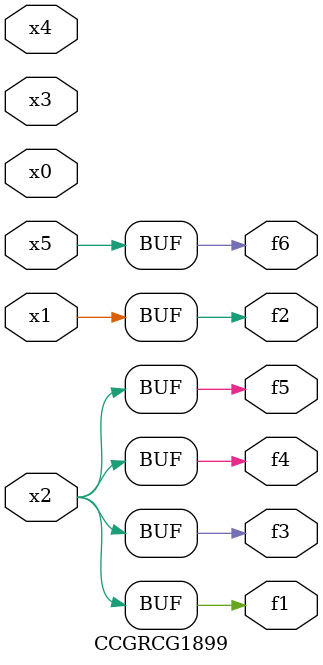
<source format=v>
module CCGRCG1899(
	input x0, x1, x2, x3, x4, x5,
	output f1, f2, f3, f4, f5, f6
);
	assign f1 = x2;
	assign f2 = x1;
	assign f3 = x2;
	assign f4 = x2;
	assign f5 = x2;
	assign f6 = x5;
endmodule

</source>
